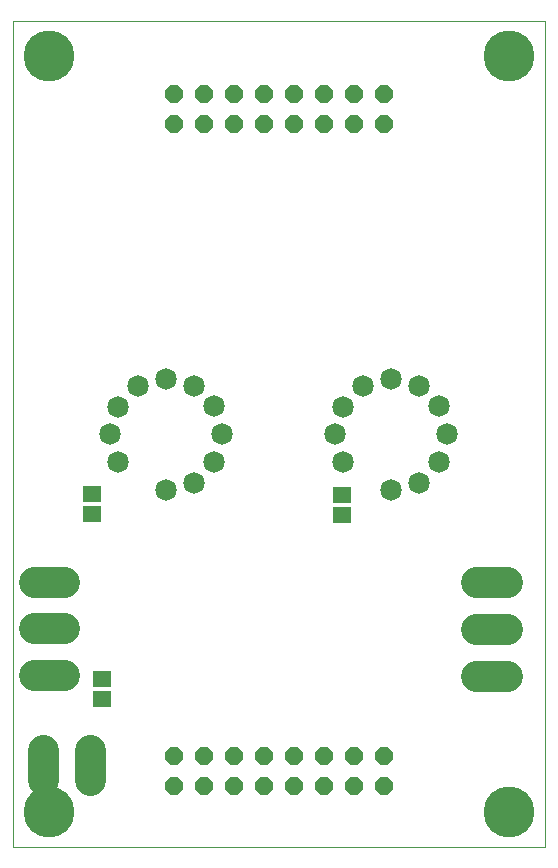
<source format=gts>
G75*
G70*
%OFA0B0*%
%FSLAX24Y24*%
%IPPOS*%
%LPD*%
%AMOC8*
5,1,8,0,0,1.08239X$1,22.5*
%
%ADD10C,0.0000*%
%ADD11C,0.0719*%
%ADD12OC8,0.0600*%
%ADD13C,0.1044*%
%ADD14R,0.0631X0.0552*%
%ADD15C,0.1700*%
D10*
X000912Y000100D02*
X000912Y027659D01*
X018628Y027659D01*
X018628Y000100D01*
X000912Y000100D01*
D11*
X006014Y012004D03*
X006922Y012258D03*
X007609Y012954D03*
X007855Y013876D03*
X007601Y014798D03*
X006923Y015465D03*
X006006Y015720D03*
X005066Y015474D03*
X004399Y014790D03*
X004138Y013868D03*
X004388Y012946D03*
X011638Y013868D03*
X011888Y012946D03*
X011899Y014790D03*
X012566Y015474D03*
X013506Y015720D03*
X014423Y015465D03*
X015101Y014798D03*
X015355Y013876D03*
X015109Y012954D03*
X014422Y012258D03*
X013514Y012004D03*
D12*
X013254Y003151D03*
X013254Y002151D03*
X012254Y002151D03*
X012254Y003151D03*
X011254Y003151D03*
X011254Y002151D03*
X010254Y002151D03*
X010254Y003151D03*
X009254Y003151D03*
X009254Y002151D03*
X008254Y002151D03*
X008254Y003151D03*
X007254Y003151D03*
X007254Y002151D03*
X006254Y002151D03*
X006254Y003151D03*
X006254Y024222D03*
X006254Y025222D03*
X007254Y025222D03*
X007254Y024222D03*
X008254Y024222D03*
X008254Y025222D03*
X009254Y025222D03*
X009254Y024222D03*
X010254Y024222D03*
X010254Y025222D03*
X011254Y025222D03*
X011254Y024222D03*
X012254Y024222D03*
X012254Y025222D03*
X013254Y025222D03*
X013254Y024222D03*
D13*
X016351Y008931D02*
X017355Y008931D01*
X017355Y007372D02*
X016351Y007372D01*
X016351Y005813D02*
X017355Y005813D01*
X003471Y003334D02*
X003471Y002330D01*
X001912Y002330D02*
X001912Y003334D01*
X001587Y005836D02*
X002591Y005836D01*
X002591Y007395D02*
X001587Y007395D01*
X001587Y008954D02*
X002591Y008954D01*
D14*
X003530Y011214D03*
X003530Y011883D03*
X003884Y005710D03*
X003884Y005041D03*
X011876Y011167D03*
X011876Y011836D03*
D15*
X017447Y001281D03*
X002093Y001281D03*
X002093Y026478D03*
X017447Y026478D03*
M02*

</source>
